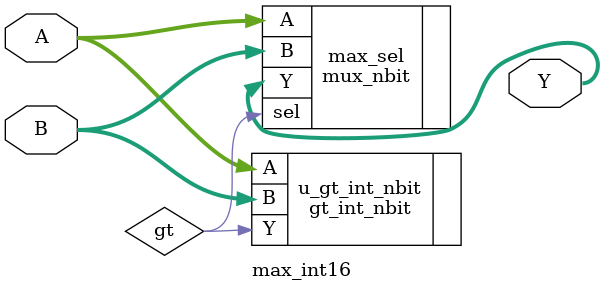
<source format=v>

module max_int16 #(
    parameter WIDTH = 16,
    parameter IMPL_TYPE = 1
)(
    input [WIDTH-1:0] A,
    input [WIDTH-1:0] B,
    output [WIDTH-1:0] Y,
);

    wire gt;
    gt_int_nbit #(
        .WIDTH(WIDTH),
        .IMPL_TYPE(IMPL_TYPE)
    ) u_gt_int_nbit (
        .A(A),
        .B(B),
        .Y(gt)
    );

    mux_nbit #(.WIDTH(WIDTH)) max_sel ( .A(A), .B(B), .sel(gt), .Y(Y));

endmodule

</source>
